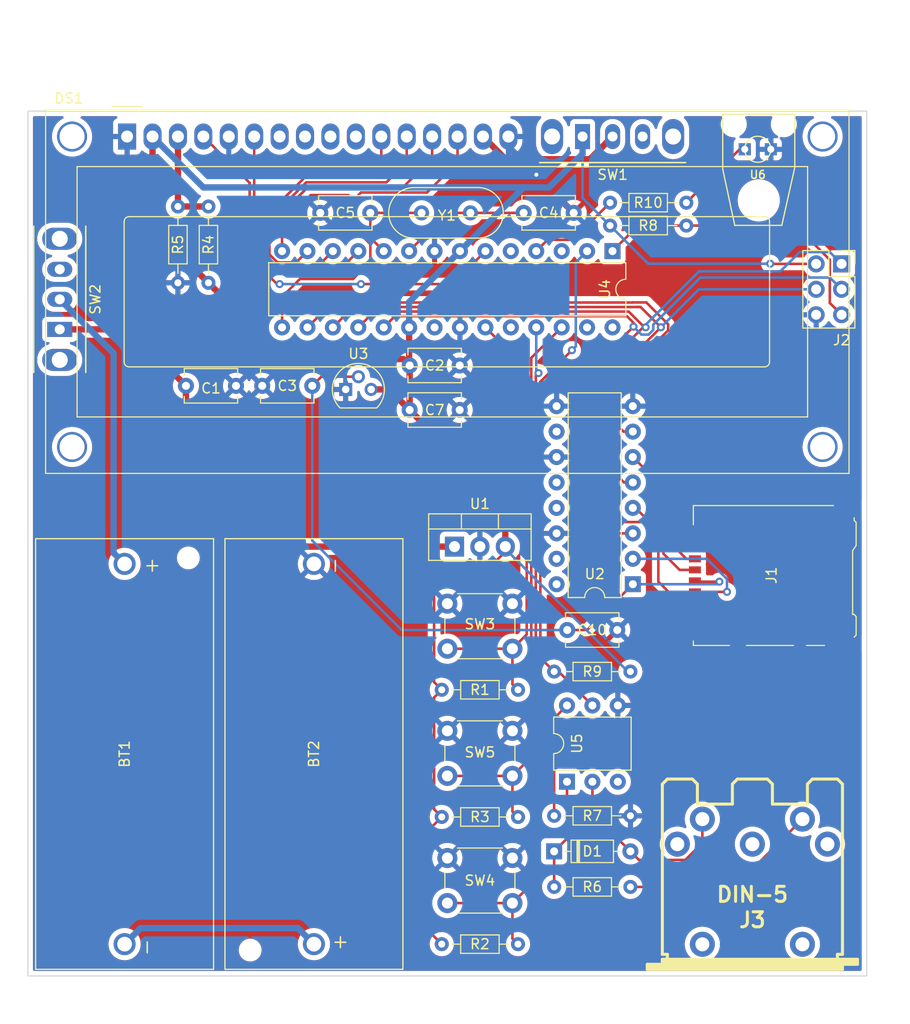
<source format=kicad_pcb>
(kicad_pcb (version 20211014) (generator pcbnew)
  (layers (0 "F.Cu" signal) (31 "B.Cu" signal) (34 "B.Paste" user) (35 "F.Paste" user) (36 "B.SilkS" user "B.Silkscreen") (37 "F.SilkS" user "F.Silkscreen") (38 "B.Mask" user) (39 "F.Mask" user) (44 "Edge.Cuts" user))
  (net 0 "")
  (net 1 "Net-(BT1-PadN)")
  (net 2 "VCC")
  (net 3 "GND")
  (net 4 "Net-(C1-Pad1)")
  (net 5 "+5V")
  (net 6 "+3.3V")
  (net 7 "/X1")
  (net 8 "/X2")
  (net 9 "Net-(D1-Pad1)")
  (net 10 "Net-(D1-Pad2)")
  (net 11 "Net-(DS1-Pad3)")
  (net 12 "/RS")
  (net 13 "/E")
  (net 18 "/DB4")
  (net 19 "/DB5")
  (net 20 "/DB6")
  (net 21 "/DB7")
  (net 22 "/BL")
  (net 24 "Net-(J1-Pad2)")
  (net 25 "Net-(U2-Pad4)")
  (net 26 "Net-(J1-Pad5)")
  (net 27 "/DO")
  (net 30 "/CD")
  (net 31 "/CLK")
  (net 32 "/DI")
  (net 33 "/RESET")
  (net 35 "Net-(J3-Pad4)")
  (net 38 "/UP")
  (net 39 "/DN")
  (net 40 "/OK")
  (net 41 "Net-(R7-Pad1)")
  (net 42 "/RX")
  (net 44 "/CS")
  (net 56 "/OPT")
  (net 57 "Net-(R10-Pad1)")
  (footprint "Resistor_THT:R_Axial_DIN0204_L3.6mm_D1.6mm_P7.62mm_Horizontal" (layer "F.Cu") (at 81.788 102.87 180)
    (fp_text reference "R6" (at 3.81 0) (layer "F.SilkS"))
    (fp_text value "220R")
    (pad "1" thru_hole circle (at 0 0 180) (size 1.4 1.4) (drill 0.7) (layers *.Cu *.Mask) (net 35 "Net-(J3-Pad4)"))
    (pad "2" thru_hole oval (at 7.62 0 180) (size 1.4 1.4) (drill 0.7) (layers *.Cu *.Mask) (net 9 "Net-(D1-Pad1)"))
  )
  (footprint "BH123A:BAT_BH123A" (layer "F.Cu") (at 31.247 89.6 90)
    (fp_text reference "BT1" (at 0 0 90) (layer "F.SilkS"))
    (fp_text value "BH123A")
    (fp_text user "+" (at 18.796 2.662 90) (layer "F.SilkS") (effects (font (size 1.4 1.4))))
    (fp_text user "-" (at -19.304 2.154 90) (layer "F.SilkS") (effects (font (size 1.4 1.4))))
    (pad "" np_thru_hole circle locked (at 19.58 6.37 90) (size 1.27 1.27) (drill 1.27) (layers *.Cu *.Mask))
    (pad "N" thru_hole circle locked (at -18.985 0 90) (size 2.205 2.205) (drill 1.47) (layers *.Cu *.Mask) (net 1 "Net-(BT1-PadN)"))
    (pad "P" thru_hole circle locked (at 18.985 0 90) (size 2.205 2.205) (drill 1.47) (layers *.Cu *.Mask) (net 2 "VCC"))
  )
  (footprint "Package_DIP:DIP-16_W7.62mm" (layer "F.Cu") (at 82.032 72.644 180)
    (fp_text reference "U2" (at 3.81 1.016) (layer "F.SilkS"))
    (fp_text value "4050")
    (pad "1" thru_hole rect (at 0 0 180) (size 1.6 1.6) (drill 0.8) (layers *.Cu *.Mask) (net 6 "+3.3V"))
    (pad "2" thru_hole oval (at 0 2.54 180) (size 1.6 1.6) (drill 0.8) (layers *.Cu *.Mask) (net 26 "Net-(J1-Pad5)"))
    (pad "3" thru_hole oval (at 0 5.08 180) (size 1.6 1.6) (drill 0.8) (layers *.Cu *.Mask) (net 31 "/CLK"))
    (pad "4" thru_hole oval (at 0 7.62 180) (size 1.6 1.6) (drill 0.8) (layers *.Cu *.Mask) (net 25 "Net-(U2-Pad4)"))
    (pad "5" thru_hole oval (at 0 10.16 180) (size 1.6 1.6) (drill 0.8) (layers *.Cu *.Mask) (net 32 "/DI"))
    (pad "6" thru_hole oval (at 0 12.7 180) (size 1.6 1.6) (drill 0.8) (layers *.Cu *.Mask) (net 24 "Net-(J1-Pad2)"))
    (pad "7" thru_hole oval (at 0 15.24 180) (size 1.6 1.6) (drill 0.8) (layers *.Cu *.Mask) (net 44 "/CS"))
    (pad "8" thru_hole oval (at 0 17.78 180) (size 1.6 1.6) (drill 0.8) (layers *.Cu *.Mask) (net 3 "GND"))
    (pad "9" thru_hole oval (at 7.62 17.78 180) (size 1.6 1.6) (drill 0.8) (layers *.Cu *.Mask) (net 3 "GND"))
    (pad "10" thru_hole oval (at 7.62 15.24 180) (size 1.6 1.6) (drill 0.8) (layers *.Cu *.Mask))
    (pad "11" thru_hole oval (at 7.62 12.7 180) (size 1.6 1.6) (drill 0.8) (layers *.Cu *.Mask) (net 3 "GND"))
    (pad "12" thru_hole oval (at 7.62 10.16 180) (size 1.6 1.6) (drill 0.8) (layers *.Cu *.Mask))
    (pad "13" thru_hole oval (at 7.62 7.62 180) (size 1.6 1.6) (drill 0.8) (layers *.Cu *.Mask))
    (pad "14" thru_hole oval (at 7.62 5.08 180) (size 1.6 1.6) (drill 0.8) (layers *.Cu *.Mask) (net 3 "GND"))
    (pad "15" thru_hole oval (at 7.62 2.54 180) (size 1.6 1.6) (drill 0.8) (layers *.Cu *.Mask))
    (pad "16" thru_hole oval (at 7.62 0 180) (size 1.6 1.6) (drill 0.8) (layers *.Cu *.Mask))
  )
  (footprint "w_conn_av:din-5" (layer "F.Cu") (at 93.98 101.6)
    (fp_text reference "J3" (at 0 4.572) (layer "F.SilkS") (effects (font (size 1.5 1.5) (thickness 0.3))))
    (fp_text value "DIN-5" (at 0 2.032) (layer "F.SilkS") (effects (font (size 1.5 1.5) (thickness 0.3))))
    (pad "1" thru_hole circle locked (at 7.5 -3) (size 2.5 2.5) (drill 1.4) (layers *.Cu *.Mask))
    (pad "2" thru_hole circle locked (at 0 -3) (size 2.5 2.5) (drill 1.4) (layers *.Cu *.Mask))
    (pad "3" thru_hole circle locked (at -7.5 -3) (size 2.5 2.5) (drill 1.4) (layers *.Cu *.Mask))
    (pad "4" thru_hole circle locked (at 5 -5.5) (size 2.5 2.5) (drill 1.4) (layers *.Cu *.Mask) (net 35 "Net-(J3-Pad4)"))
    (pad "5" thru_hole circle locked (at -5 -5.5) (size 2.5 2.5) (drill 1.4) (layers *.Cu *.Mask) (net 10 "Net-(D1-Pad2)"))
    (pad "6" thru_hole circle locked (at -5 7) (size 2.5 2.5) (drill 1.4) (layers *.Cu *.Mask))
    (pad "6" thru_hole circle locked (at 5 7) (size 2.5 2.5) (drill 1.4) (layers *.Cu *.Mask))
  )
  (footprint "Button_Switch_THT:SW_PUSH_6mm_H7.3mm" (layer "F.Cu") (at 63.5 74.585)
    (fp_text reference "SW3" (at 3.25 2.05) (layer "F.SilkS"))
    (fp_text value "UP_SW")
    (pad "1" thru_hole circle (at 0 0 90) (size 2 2) (drill 1.1) (layers *.Cu *.Mask) (net 3 "GND"))
    (pad "1" thru_hole circle (at 6.5 0 90) (size 2 2) (drill 1.1) (layers *.Cu *.Mask) (net 3 "GND"))
    (pad "2" thru_hole circle (at 6.5 4.5 90) (size 2 2) (drill 1.1) (layers *.Cu *.Mask) (net 38 "/UP"))
    (pad "2" thru_hole circle (at 0 4.5 90) (size 2 2) (drill 1.1) (layers *.Cu *.Mask) (net 38 "/UP"))
  )
  (footprint "Resistor_THT:R_Axial_DIN0204_L3.6mm_D1.6mm_P7.62mm_Horizontal" (layer "F.Cu") (at 62.94 95.885)
    (fp_text reference "R3" (at 3.81 0) (layer "F.SilkS"))
    (fp_text value "1k")
    (pad "1" thru_hole circle (at 0 0) (size 1.4 1.4) (drill 0.7) (layers *.Cu *.Mask) (net 5 "+5V"))
    (pad "2" thru_hole oval (at 7.62 0) (size 1.4 1.4) (drill 0.7) (layers *.Cu *.Mask) (net 40 "/OK"))
  )
  (footprint "IFE91A:OPTO-TRANSMITTER" (layer "F.Cu") (at 94.517625 29.21)
    (fp_text reference "U6" (at 0 2.54) (layer "F.SilkS") (effects (font (size 0.787402 0.787402))))
    (fp_text value "IFE91A")
    (pad "" np_thru_hole circle locked (at 0.1 5.1) (size 3.2 3.2) (drill 3.2) (layers *.Cu *.Mask))
    (pad "" np_thru_hole circle locked (at -2.4 -2.5) (size 1.6 1.6) (drill 1.6) (layers *.Cu *.Mask))
    (pad "" np_thru_hole circle locked (at 2.6 -2.5) (size 1.6 1.6) (drill 1.6) (layers *.Cu *.Mask))
    (pad "P$1" thru_hole rect locked (at 1.3 0) (size 1.208 1.208) (drill 0.7) (layers *.Cu *.Mask) (net 3 "GND"))
    (pad "P$2" thru_hole rect locked (at -1.3 0) (size 1.208 1.208) (drill 0.7) (layers *.Cu *.Mask) (net 56 "/OPT"))
  )
  (footprint "Package_TO_SOT_THT:TO-92" (layer "F.Cu") (at 53.34 53.192)
    (fp_text reference "U3" (at 1.27 -3.56) (layer "F.SilkS"))
    (fp_text value "LD1086V33-DG")
    (pad "1" thru_hole rect (at 0 0) (size 1.3 1.3) (drill 0.75) (layers *.Cu *.Mask) (net 3 "GND"))
    (pad "2" thru_hole circle (at 1.27 -1.27) (size 1.3 1.3) (drill 0.75) (layers *.Cu *.Mask) (net 6 "+3.3V"))
    (pad "3" thru_hole circle (at 2.54 0) (size 1.3 1.3) (drill 0.75) (layers *.Cu *.Mask) (net 5 "+5V"))
  )
  (footprint "Diode_THT:D_DO-35_SOD27_P7.62mm_Horizontal" (layer "F.Cu") (at 74.168 99.3192)
    (fp_text reference "D1" (at 3.81 0) (layer "F.SilkS"))
    (fp_text value "1N4148")
    (pad "1" thru_hole rect (at 0 0) (size 1.6 1.6) (drill 0.8) (layers *.Cu *.Mask) (net 9 "Net-(D1-Pad1)"))
    (pad "2" thru_hole oval (at 7.62 0) (size 1.6 1.6) (drill 0.8) (layers *.Cu *.Mask) (net 10 "Net-(D1-Pad2)"))
  )
  (footprint "BH123A:BAT_BH123A" (layer "F.Cu") (at 50.165 89.6 -90)
    (fp_text reference "BT2" (at 0 0 90) (layer "F.SilkS"))
    (fp_text value "BH123A")
    (fp_text user "-" (at -18.796 -2.032 90) (layer "F.SilkS") (effects (font (size 1.4 1.4))))
    (fp_text user "+" (at 18.796 -2.54 90) (layer "F.SilkS") (effects (font (size 1.4 1.4))))
    (pad "" np_thru_hole circle locked (at 19.58 6.37 270) (size 1.27 1.27) (drill 1.27) (layers *.Cu *.Mask))
    (pad "N" thru_hole circle locked (at -18.985 0 270) (size 2.205 2.205) (drill 1.47) (layers *.Cu *.Mask) (net 3 "GND"))
    (pad "P" thru_hole circle locked (at 18.985 0 270) (size 2.205 2.205) (drill 1.47) (layers *.Cu *.Mask) (net 1 "Net-(BT1-PadN)"))
  )
  (footprint "Resistor_THT:R_Axial_DIN0204_L3.6mm_D1.6mm_P7.62mm_Horizontal" (layer "F.Cu") (at 79.756 34.544)
    (fp_text reference "R10" (at 3.81 0) (layer "F.SilkS"))
    (fp_text value "100R")
    (pad "1" thru_hole circle (at 0 0) (size 1.4 1.4) (drill 0.7) (layers *.Cu *.Mask) (net 57 "Net-(R10-Pad1)"))
    (pad "2" thru_hole oval (at 7.62 0) (size 1.4 1.4) (drill 0.7) (layers *.Cu *.Mask) (net 56 "/OPT"))
  )
  (footprint "Capacitor_THT:C_Disc_D5.1mm_W3.2mm_P5.00mm" (layer "F.Cu") (at 71.12 35.56)
    (fp_text reference "C4" (at 2.5 0) (layer "F.SilkS"))
    (fp_text value "18pF")
    (pad "1" thru_hole circle (at 0 0) (size 1.6 1.6) (drill 0.8) (layers *.Cu *.Mask) (net 7 "/X1"))
    (pad "2" thru_hole circle (at 5 0) (size 1.6 1.6) (drill 0.8) (layers *.Cu *.Mask) (net 3 "GND"))
  )
  (footprint "Capacitor_THT:C_Disc_D5.1mm_W3.2mm_P5.00mm" (layer "F.Cu") (at 75.478 77.216)
    (fp_text reference "C10" (at 2.5 0) (layer "F.SilkS"))
    (fp_text value "100nF")
    (pad "1" thru_hole circle (at 0 0) (size 1.6 1.6) (drill 0.8) (layers *.Cu *.Mask) (net 6 "+3.3V"))
    (pad "2" thru_hole circle (at 5 0) (size 1.6 1.6) (drill 0.8) (layers *.Cu *.Mask) (net 3 "GND"))
  )
  (footprint "Resistor_THT:R_Axial_DIN0204_L3.6mm_D1.6mm_P7.62mm_Horizontal" (layer "F.Cu") (at 79.756 36.83)
    (fp_text reference "R8" (at 3.810001 0) (layer "F.SilkS"))
    (fp_text value "10k")
    (pad "1" thru_hole circle (at 0 0) (size 1.4 1.4) (drill 0.7) (layers *.Cu *.Mask) (net 5 "+5V"))
    (pad "2" thru_hole oval (at 7.62 0) (size 1.4 1.4) (drill 0.7) (layers *.Cu *.Mask) (net 33 "/RESET"))
  )
  (footprint "Resistor_THT:R_Axial_DIN0204_L3.6mm_D1.6mm_P7.62mm_Horizontal" (layer "F.Cu") (at 62.94 83.185)
    (fp_text reference "R1" (at 3.81 0) (layer "F.SilkS"))
    (fp_text value "1k")
    (pad "1" thru_hole circle (at 0 0) (size 1.4 1.4) (drill 0.7) (layers *.Cu *.Mask) (net 5 "+5V"))
    (pad "2" thru_hole oval (at 7.62 0) (size 1.4 1.4) (drill 0.7) (layers *.Cu *.Mask) (net 38 "/UP"))
  )
  (footprint "Connector_PinSocket_2.54mm:PinSocket_2x03_P2.54mm_Vertical" (layer "F.Cu") (at 102.89 40.655)
    (fp_text reference "J2" (at 0 7.62) (layer "F.SilkS"))
    (fp_text value "AVR-ISP-6")
    (pad "1" thru_hole rect (at 0 0) (size 1.7 1.7) (drill 1) (layers *.Cu *.Mask) (net 27 "/DO"))
    (pad "2" thru_hole oval (at -2.54 0) (size 1.7 1.7) (drill 1) (layers *.Cu *.Mask) (net 5 "+5V"))
    (pad "3" thru_hole oval (at 0 2.54) (size 1.7 1.7) (drill 1) (layers *.Cu *.Mask) (net 31 "/CLK"))
    (pad "4" thru_hole oval (at -2.54 2.54) (size 1.7 1.7) (drill 1) (layers *.Cu *.Mask) (net 32 "/DI"))
    (pad "5" thru_hole oval (at 0 5.08) (size 1.7 1.7) (drill 1) (layers *.Cu *.Mask) (net 33 "/RESET"))
    (pad "6" thru_hole oval (at -2.54 5.08) (size 1.7 1.7) (drill 1) (layers *.Cu *.Mask) (net 3 "GND"))
  )
  (footprint "Switch:Switch 12x6mm" (layer "F.Cu") (at 80.01 27.94)
    (fp_text reference "SW1" (at 0 3.81) (layer "F.SilkS"))
    (fp_text value "BL_SW")
    (pad "" thru_hole oval (at 6.05 0) (size 2.2 3.5) (drill 1.6) (layers *.Cu *.Mask))
    (pad "" thru_hole oval (at -6.05 0) (size 2.2 3.5) (drill 1.6) (layers *.Cu *.Mask))
    (pad "1" thru_hole rect (at -3 0) (size 1.5 2.5) (drill 1) (layers *.Cu *.Mask) (net 5 "+5V"))
    (pad "2" thru_hole oval (at 0 0) (size 1.5 2.5) (drill 1) (layers *.Cu *.Mask) (net 22 "/BL"))
    (pad "3" thru_hole oval (at 3 0) (size 1.5 2.5) (drill 1) (layers *.Cu *.Mask))
  )
  (footprint "Crystal:Crystal_HC49-4H_Vertical" (layer "F.Cu") (at 60.92 35.56)
    (fp_text reference "Y1" (at 2.53 0.2625) (layer "F.SilkS"))
    (fp_text value "Crystal")
    (pad "1" thru_hole circle (at 0 0) (size 1.5 1.5) (drill 0.8) (layers *.Cu *.Mask) (net 8 "/X2"))
    (pad "2" thru_hole circle (at 4.88 0) (size 1.5 1.5) (drill 0.8) (layers *.Cu *.Mask) (net 7 "/X1"))
  )
  (footprint "Resistor_THT:R_Axial_DIN0204_L3.6mm_D1.6mm_P7.62mm_Horizontal" (layer "F.Cu") (at 62.94 108.585)
    (fp_text reference "R2" (at 3.81 0) (layer "F.SilkS"))
    (fp_text value "1k")
    (pad "1" thru_hole circle (at 0 0) (size 1.4 1.4) (drill 0.7) (layers *.Cu *.Mask) (net 5 "+5V"))
    (pad "2" thru_hole oval (at 7.62 0) (size 1.4 1.4) (drill 0.7) (layers *.Cu *.Mask) (net 39 "/DN"))
  )
  (footprint "Package_DIP:DIP-28_W7.62mm" (layer "F.Cu") (at 80 39.38 -90)
    (fp_text reference "U4" (at 3.81 0.752 90) (layer "F.SilkS"))
    (fp_text value "ATmega168-20P")
    (pad "1" thru_hole rect (at 0 0 270) (size 1.6 1.6) (drill 0.8) (layers *.Cu *.Mask) (net 33 "/RESET"))
    (pad "2" thru_hole oval (at 0 2.54 270) (size 1.6 1.6) (drill 0.8) (layers *.Cu *.Mask) (net 42 "/RX"))
    (pad "3" thru_hole oval (at 0 5.08 270) (size 1.6 1.6) (drill 0.8) (layers *.Cu *.Mask))
    (pad "4" thru_hole oval (at 0 7.62 270) (size 1.6 1.6) (drill 0.8) (layers *.Cu *.Mask) (net 57 "Net-(R10-Pad1)"))
    (pad "5" thru_hole oval (at 0 10.16 270) (size 1.6 1.6) (drill 0.8) (layers *.Cu *.Mask))
    (pad "6" thru_hole oval (at 0 12.7 270) (size 1.6 1.6) (drill 0.8) (layers *.Cu *.Mask) (net 12 "/RS"))
    (pad "7" thru_hole oval (at 0 15.24 270) (size 1.6 1.6) (drill 0.8) (layers *.Cu *.Mask) (net 5 "+5V"))
    (pad "8" thru_hole oval (at 0 17.78 270) (size 1.6 1.6) (drill 0.8) (layers *.Cu *.Mask) (net 3 "GND"))
    (pad "9" thru_hole oval (at 0 20.32 270) (size 1.6 1.6) (drill 0.8) (layers *.Cu *.Mask) (net 7 "/X1"))
    (pad "10" thru_hole oval (at 0 22.86 270) (size 1.6 1.6) (drill 0.8) (layers *.Cu *.Mask) (net 8 "/X2"))
    (pad "11" thru_hole oval (at 0 25.4 270) (size 1.6 1.6) (drill 0.8) (layers *.Cu *.Mask) (net 13 "/E"))
    (pad "12" thru_hole oval (at 0 27.94 270) (size 1.6 1.6) (drill 0.8) (layers *.Cu *.Mask) (net 18 "/DB4"))
    (pad "13" thru_hole oval (at 0 30.48 270) (size 1.6 1.6) (drill 0.8) (layers *.Cu *.Mask) (net 19 "/DB5"))
    (pad "14" thru_hole oval (at 0 33.02 270) (size 1.6 1.6) (drill 0.8) (layers *.Cu *.Mask) (net 20 "/DB6"))
    (pad "15" thru_hole oval (at 7.62 33.02 270) (size 1.6 1.6) (drill 0.8) (layers *.Cu *.Mask) (net 21 "/DB7"))
    (pad "16" thru_hole oval (at 7.62 30.48 270) (size 1.6 1.6) (drill 0.8) (layers *.Cu *.Mask) (net 44 "/CS"))
    (pad "17" thru_hole oval (at 7.62 27.94 270) (size 1.6 1.6) (drill 0.8) (layers *.Cu *.Mask) (net 32 "/DI"))
    (pad "18" thru_hole oval (at 7.62 25.4 270) (size 1.6 1.6) (drill 0.8) (layers *.Cu *.Mask) (net 27 "/DO"))
    (pad "19" thru_hole oval (at 7.62 22.86 270) (size 1.6 1.6) (drill 0.8) (layers *.Cu *.Mask) (net 31 "/CLK"))
    (pad "20" thru_hole oval (at 7.62 20.32 270) (size 1.6 1.6) (drill 0.8) (layers *.Cu *.Mask) (net 5 "+5V"))
    (pad "21" thru_hole oval (at 7.62 17.78 270) (size 1.6 1.6) (drill 0.8) (layers *.Cu *.Mask))
    (pad "22" thru_hole oval (at 7.62 15.24 270) (size 1.6 1.6) (drill 0.8) (layers *.Cu *.Mask) (net 3 "GND"))
    (pad "23" thru_hole oval (at 7.62 12.7 270) (size 1.6 1.6) (drill 0.8) (layers *.Cu *.Mask) (net 38 "/UP"))
    (pad "24" thru_hole oval (at 7.62 10.16 270) (size 1.6 1.6) (drill 0.8) (layers *.Cu *.Mask))
    (pad "25" thru_hole oval (at 7.62 7.62 270) (size 1.6 1.6) (drill 0.8) (layers *.Cu *.Mask) (net 39 "/DN"))
    (pad "26" thru_hole oval (at 7.62 5.08 270) (size 1.6 1.6) (drill 0.8) (layers *.Cu *.Mask) (net 40 "/OK"))
    (pad "27" thru_hole oval (at 7.62 2.54 270) (size 1.6 1.6) (drill 0.8) (layers *.Cu *.Mask))
    (pad "28" thru_hole oval (at 7.62 0 270) (size 1.6 1.6) (drill 0.8) (layers *.Cu *.Mask))
  )
  (footprint "Capacitor_THT:C_Disc_D5.1mm_W3.2mm_P5.00mm" (layer "F.Cu") (at 59.73 50.8)
    (fp_text reference "C2" (at 2.5 0) (layer "F.SilkS"))
    (fp_text value "1uF")
    (pad "1" thru_hole circle (at 0 0) (size 1.6 1.6) (drill 0.8) (layers *.Cu *.Mask) (net 5 "+5V"))
    (pad "2" thru_hole circle (at 5 0) (size 1.6 1.6) (drill 0.8) (layers *.Cu *.Mask) (net 3 "GND"))
  )
  (footprint "Capacitor_THT:C_Disc_D5.1mm_W3.2mm_P5.00mm" (layer "F.Cu") (at 59.73 55.245)
    (fp_text reference "C7" (at 2.5 0) (layer "F.SilkS"))
    (fp_text value "100nF")
    (pad "1" thru_hole circle (at 0 0) (size 1.6 1.6) (drill 0.8) (layers *.Cu *.Mask) (net 5 "+5V"))
    (pad "2" thru_hole circle (at 5 0) (size 1.6 1.6) (drill 0.8) (layers *.Cu *.Mask) (net 3 "GND"))
  )
  (footprint "Resistor_THT:R_Axial_DIN0204_L3.6mm_D1.6mm_P7.62mm_Horizontal" (layer "F.Cu") (at 39.624 34.925 -90)
    (fp_text reference "R4" (at 3.81 0 90) (layer "F.SilkS"))
    (fp_text value "10k")
    (pad "1" thru_hole circle (at 0 0 270) (size 1.4 1.4) (drill 0.7) (layers *.Cu *.Mask) (net 11 "Net-(DS1-Pad3)"))
    (pad "2" thru_hole oval (at 7.62 0 270) (size 1.4 1.4) (drill 0.7) (layers *.Cu *.Mask) (net 5 "+5V"))
  )
  (footprint "Resistor_THT:R_Axial_DIN0204_L3.6mm_D1.6mm_P7.62mm_Horizontal" (layer "F.Cu") (at 74.168 95.7684)
    (fp_text reference "R7" (at 3.81 0) (layer "F.SilkS"))
    (fp_text value "100k")
    (pad "1" thru_hole circle (at 0 0) (size 1.4 1.4) (drill 0.7) (layers *.Cu *.Mask) (net 41 "Net-(R7-Pad1)"))
    (pad "2" thru_hole oval (at 7.62 0) (size 1.4 1.4) (drill 0.7) (layers *.Cu *.Mask) (net 3 "GND"))
  )
  (footprint "Button_Switch_THT:SW_PUSH_6mm_H7.3mm" (layer "F.Cu") (at 63.5 99.985)
    (fp_text reference "SW4" (at 3.25 2.25) (layer "F.SilkS"))
    (fp_text value "DN_SW")
    (pad "1" thru_hole circle (at 6.5 0 90) (size 2 2) (drill 1.1) (layers *.Cu *.Mask) (net 3 "GND"))
    (pad "1" thru_hole circle (at 0 0 90) (size 2 2) (drill 1.1) (layers *.Cu *.Mask) (net 3 "GND"))
    (pad "2" thru_hole circle (at 0 4.5 90) (size 2 2) (drill 1.1) (layers *.Cu *.Mask) (net 39 "/DN"))
    (pad "2" thru_hole circle (at 6.5 4.5 90) (size 2 2) (drill 1.1) (layers *.Cu *.Mask) (net 39 "/DN"))
  )
  (footprint "Connector_Card:microSD_HC_Hirose_DM3AT-SF-PEJM5" (layer "F.Cu") (at 95.96 71.785 90)
    (fp_text reference "J1" (at 0.03 -0.075 90) (layer "F.SilkS"))
    (fp_text value "Micro_SD_Card_Det")
    (pad "1" smd rect (at 2.775 -7.725 90) (size 0.7 1.2) (layers "F.Cu" "F.Paste" "F.Mask"))
    (pad "2" smd rect (at 1.675 -7.725 90) (size 0.7 1.2) (layers "F.Cu" "F.Paste" "F.Mask") (net 24 "Net-(J1-Pad2)"))
    (pad "3" smd rect (at 0.575 -7.725 90) (size 0.7 1.2) (layers "F.Cu" "F.Paste" "F.Mask") (net 25 "Net-(U2-Pad4)"))
    (pad "4" smd rect (at -0.525 -7.725 90) (size 0.7 1.2) (layers "F.Cu" "F.Paste" "F.Mask") (net 6 "+3.3V"))
    (pad "5" smd rect (at -1.625 -7.725 90) (size 0.7 1.2) (layers "F.Cu" "F.Paste" "F.Mask") (net 26 "Net-(J1-Pad5)"))
    (pad "6" smd rect (at -2.725 -7.725 90) (size 0.7 1.2) (layers "F.Cu" "F.Paste" "F.Mask") (net 3 "GND"))
    (pad "7" smd rect (at -3.825 -7.725 90) (size 0.7 1.2) (layers "F.Cu" "F.Paste" "F.Mask") (net 27 "/DO"))
    (pad "8" smd rect (at -4.925 -7.725 90) (size 0.7 1.2) (layers "F.Cu" "F.Paste" "F.Mask"))
    (pad "9" smd rect (at -5.875 -7.725 90) (size 0.7 1.2) (layers "F.Cu" "F.Paste" "F.Mask"))
    (pad "10" smd rect (at -6.825 2.775 90) (size 1 0.8) (layers "F.Cu" "F.Paste" "F.Mask") (net 30 "/CD"))
    (pad "11" smd rect (at 6.675 7.375 90) (size 1.3 1.9) (layers "F.Cu" "F.Paste" "F.Mask") (net 3 "GND"))
    (pad "11" smd rect (at -6.825 6.925 90) (size 1 2.8) (layers "F.Cu" "F.Paste" "F.Mask") (net 3 "GND"))
    (pad "11" smd rect (at -6.825 -3.425 90) (size 1 1.2) (layers "F.Cu" "F.Paste" "F.Mask") (net 3 "GND"))
    (pad "11" smd rect (at 4.325 -7.725 90) (size 1 1.2) (layers "F.Cu" "F.Paste" "F.Mask") (net 3 "GND"))
    (zone (net 0) (net_name "") (layer "F.Cu") (connect_pads (clearance 0)) (min_thickness 0.254)
      (keepout (tracks not_allowed) (vias not_allowed) (pads not_allowed) (copperpour not_allowed) (footprints not_allowed))
      (fill (thermal_gap 0.508) (thermal_bridge_width 0.508))
      (polygon (pts (xy 91.935 78.26) (xy 91.935 79.01) (xy 88.685 79.01) (xy 88.685 78.26)))
    )
    (zone (net 0) (net_name "") (layer "F.Cu") (connect_pads (clearance 0)) (min_thickness 0.254)
      (keepout (tracks not_allowed) (vias not_allowed) (pads not_allowed) (copperpour not_allowed) (footprints not_allowed))
      (fill (thermal_gap 0.508) (thermal_bridge_width 0.508))
      (polygon (pts (xy 94.535 77.91) (xy 94.535 77.21) (xy 102.135 77.21) (xy 102.135 77.91)))
    )
    (zone (net 0) (net_name "") (layer "F.Cu") (connect_pads (clearance 0)) (min_thickness 0.254)
      (keepout (tracks not_allowed) (vias not_allowed) (pads not_allowed) (copperpour not_allowed) (footprints not_allowed))
      (fill (thermal_gap 0.508) (thermal_bridge_width 0.508))
      (polygon (pts (xy 94.835 68.51) (xy 94.835 77.21) (xy 93.235 77.21) (xy 93.235 68.51)))
    )
    (zone (net 0) (net_name "") (layer "F.Cu") (connect_pads (clearance 0)) (min_thickness 0.254)
      (keepout (tracks not_allowed) (vias not_allowed) (pads not_allowed) (copperpour not_allowed) (footprints not_allowed))
      (fill (thermal_gap 0.508) (thermal_bridge_width 0.508))
      (polygon (pts (xy 96.735 78.26) (xy 96.735 79.01) (xy 93.135 79.01) (xy 93.135 78.26)))
    )
    (zone (net 0) (net_name "") (layer "F.Cu") (connect_pads (clearance 0)) (min_thickness 0.254)
      (keepout (tracks not_allowed) (vias not_allowed) (pads not_allowed) (copperpour not_allowed) (footprints not_allowed))
      (fill (thermal_gap 0.508) (thermal_bridge_width 0.508))
      (polygon (pts (xy 102.935 68.86) (xy 102.935 66.31) (xy 104.285 66.31) (xy 104.285 68.86)))
    )
  )
  (footprint "Button_Switch_THT:SW_PUSH_6mm_H7.3mm" (layer "F.Cu") (at 63.5 87.285)
    (fp_text reference "SW5" (at 3.25 2.15) (layer "F.SilkS"))
    (fp_text value "OK_SW")
    (pad "1" thru_hole circle (at 0 0 90) (size 2 2) (drill 1.1) (layers *.Cu *.Mask) (net 3 "GND"))
    (pad "1" thru_hole circle (at 6.5 0 90) (size 2 2) (drill 1.1) (layers *.Cu *.Mask) (net 3 "GND"))
    (pad "2" thru_hole circle (at 0 4.5 90) (size 2 2) (drill 1.1) (layers *.Cu *.Mask) (net 40 "/OK"))
    (pad "2" thru_hole circle (at 6.5 4.5 90) (size 2 2) (drill 1.1) (layers *.Cu *.Mask) (net 40 "/OK"))
  )
  (footprint "Resistor_THT:R_Axial_DIN0204_L3.6mm_D1.6mm_P7.62mm_Horizontal" (layer "F.Cu") (at 36.576 34.925 -90)
    (fp_text reference "R5" (at 3.81 0 90) (layer "F.SilkS"))
    (fp_text value "1k")
    (pad "1" thru_hole circle (at 0 0 270) (size 1.4 1.4) (drill 0.7) (layers *.Cu *.Mask) (net 11 "Net-(DS1-Pad3)"))
    (pad "2" thru_hole oval (at 7.62 0 270) (size 1.4 1.4) (drill 0.7) (layers *.Cu *.Mask) (net 3 "GND"))
  )
  (footprint "Display:WC1602A" (layer "F.Cu") (at 31.496 27.94)
    (fp_text reference "DS1" (at -5.82 -3.81) (layer "F.SilkS"))
    (fp_text value "WC1602A")
    (pad "" thru_hole circle (at 69.49948 31.0007) (size 3 3) (drill 2.5) (layers *.Cu *.Mask))
    (pad "" thru_hole circle (at -5.4991 0) (size 3 3) (drill 2.5) (layers *.Cu *.Mask))
    (pad "" thru_hole circle (at -5.4991 31.0007) (size 3 3) (drill 2.5) (layers *.Cu *.Mask))
    (pad "" thru_hole circle (at 69.5 0) (size 3 3) (drill 2.5) (layers *.Cu *.Mask))
    (pad "1" thru_hole rect (at 0 0) (size 1.8 2.6) (drill 1.2) (layers *.Cu *.Mask) (net 3 "GND"))
    (pad "2" thru_hole oval (at 2.54 0) (size 1.8 2.6) (drill 1.2) (layers *.Cu *.Mask) (net 5 "+5V"))
    (pad "3" thru_hole oval (at 5.08 0) (size 1.8 2.6) (drill 1.2) (layers *.Cu *.Mask) (net 11 "Net-(DS1-Pad3)"))
    (pad "4" thru_hole oval (at 7.62 0) (size 1.8 2.6) (drill 1.2) (layers *.Cu *.Mask) (net 12 "/RS"))
    (pad "5" thru_hole oval (at 10.16 0) (size 1.8 2.6) (drill 1.2) (layers *.Cu *.Mask) (net 3 "GND"))
    (pad "6" thru_hole oval (at 12.7 0) (size 1.8 2.6) (drill 1.2) (layers *.Cu *.Mask) (net 13 "/E"))
    (pad "7" thru_hole oval (at 15.24 0) (size 1.8 2.6) (drill 1.2) (layers *.Cu *.Mask))
    (pad "8" thru_hole oval (at 17.78 0) (size 1.8 2.6) (drill 1.2) (layers *.Cu *.Mask))
    (pad "9" thru_hole oval (at 20.32 0) (size 1.8 2.6) (drill 1.2) (layers *.Cu *.Mask))
    (pad "10" thru_hole oval (at 22.86 0) (size 1.8 2.6) (drill 1.2) (layers *.Cu *.Mask))
    (pad "11" thru_hole oval (at 25.4 0) (size 1.8 2.6) (drill 1.2) (layers *.Cu *.Mask) (net 18 "/DB4"))
    (pad "12" thru_hole oval (at 27.94 0) (size 1.8 2.6) (drill 1.2) (layers *.Cu *.Mask) (net 19 "/DB5"))
    (pad "13" thru_hole oval (at 30.48 0) (size 1.8 2.6) (drill 1.2) (layers *.Cu *.Mask) (net 20 "/DB6"))
    (pad "14" thru_hole oval (at 33.02 0) (size 1.8 2.6) (drill 1.2) (layers *.Cu *.Mask) (net 21 "/DB7"))
    (pad "15" thru_hole oval (at 35.56 0) (size 1.8 2.6) (drill 1.2) (layers *.Cu *.Mask) (net 22 "/BL"))
    (pad "16" thru_hole oval (at 38.1 0) (size 1.8 2.6) (drill 1.2) (layers *.Cu *.Mask) (net 3 "GND"))
  )
  (footprint "Resistor_THT:R_Axial_DIN0204_L3.6mm_D1.6mm_P7.62mm_Horizontal" (layer "F.Cu") (at 74.168 81.3668)
    (fp_text reference "R9" (at 3.81 0) (layer "F.SilkS"))
    (fp_text value "3.3k")
    (pad "1" thru_hole circle (at 0 0) (size 1.4 1.4) (drill 0.7) (layers *.Cu *.Mask) (net 42 "/RX"))
    (pad "2" thru_hole oval (at 7.62 0) (size 1.4 1.4) (drill 0.7) (layers *.Cu *.Mask) (net 5 "+5V"))
  )
  (footprint "Capacitor_THT:C_Disc_D5.1mm_W3.2mm_P5.00mm" (layer "F.Cu") (at 55.8 35.56 180)
    (fp_text reference "C5" (at 2.5 0) (layer "F.SilkS"))
    (fp_text value "18pF")
    (pad "1" thru_hole circle (at 0 0 180) (size 1.6 1.6) (drill 0.8) (layers *.Cu *.Mask) (net 8 "/X2"))
    (pad "2" thru_hole circle (at 5 0 180) (size 1.6 1.6) (drill 0.8) (layers *.Cu *.Mask) (net 3 "GND"))
  )
  (footprint "Switch:Switch 12x6mm" (layer "F.Cu") (at 24.765 44.196 90)
    (fp_text reference "SW2" (at 0 3.556 90) (layer "F.SilkS"))
    (fp_text value "MAIN_SW")
    (pad "" thru_hole oval (at 6.05 0 90) (size 2.2 3.5) (drill 1.6) (layers *.Cu *.Mask))
    (pad "" thru_hole oval (at -6.05 0 90) (size 2.2 3.5) (drill 1.6) (layers *.Cu *.Mask))
    (pad "1" thru_hole rect (at -3 0 90) (size 1.5 2.5) (drill 1) (layers *.Cu *.Mask) (net 4 "Net-(C1-Pad1)"))
    (pad "2" thru_hole oval (at 0 0 90) (size 1.5 2.5) (drill 1) (layers *.Cu *.Mask) (net 2 "VCC"))
    (pad "3" thru_hole oval (at 3 0 90) (size 1.5 2.5) (drill 1) (layers *.Cu *.Mask))
  )
  (footprint "Package_TO_SOT_THT:TO-220-3_Vertical" (layer "F.Cu") (at 64.21 68.89)
    (fp_text reference "U1" (at 2.54 -4.27) (layer "F.SilkS"))
    (fp_text value "LM7805_TO220")
    (pad "1" thru_hole rect (at 0 0) (size 1.905 2) (drill 1.1) (layers *.Cu *.Mask) (net 4 "Net-(C1-Pad1)"))
    (pad "2" thru_hole oval (at 2.54 0) (size 1.905 2) (drill 1.1) (layers *.Cu *.Mask) (net 3 "GND"))
    (pad "3" thru_hole oval (at 5.08 0) (size 1.905 2) (drill 1.1) (layers *.Cu *.Mask) (net 5 "+5V"))
  )
  (footprint "Capacitor_THT:C_Disc_D5.1mm_W3.2mm_P5.00mm" (layer "F.Cu") (at 49.998 52.832 180)
    (fp_text reference "C3" (at 2.5 0) (layer "F.SilkS"))
    (fp_text value "1uF")
    (pad "1" thru_hole circle (at 0 0 180) (size 1.6 1.6) (drill 0.8) (layers *.Cu *.Mask) (net 6 "+3.3V"))
    (pad "2" thru_hole circle (at 5 0 180) (size 1.6 1.6) (drill 0.8) (layers *.Cu *.Mask) (net 3 "GND"))
  )
  (footprint "Capacitor_THT:C_Disc_D5.1mm_W3.2mm_P5.00mm" (layer "F.Cu") (at 37.378 52.832)
    (fp_text reference "C1" (at 2.5 0.254) (layer "F.SilkS"))
    (fp_text value "1uF")
    (pad "1" thru_hole circle (at 0 0) (size 1.6 1.6) (drill 0.8) (layers *.Cu *.Mask) (net 4 "Net-(C1-Pad1)"))
    (pad "2" thru_hole circle (at 5 0) (size 1.6 1.6) (drill 0.8) (layers *.Cu *.Mask) (net 3 "GND"))
  )
  (footprint "Package_DIP:DIP-6_W7.62mm" (layer "F.Cu") (at 75.453 92.3676 90)
    (fp_text reference "U5" (at 3.81 1.001 90) (layer "F.SilkS"))
    (fp_text value "4N25")
    (pad "1" thru_hole rect (at 0 0 90) (size 1.6 1.6) (drill 0.8) (layers *.Cu *.Mask) (net 9 "Net-(D1-Pad1)"))
    (pad "2" thru_hole oval (at 0 2.54 90) (size 1.6 1.6) (drill 0.8) (layers *.Cu *.Mask) (net 10 "Net-(D1-Pad2)"))
    (pad "3" thru_hole oval (at 0 5.08 90) (size 1.6 1.6) (drill 0.8) (layers *.Cu *.Mask))
    (pad "4" thru_hole oval (at 7.62 5.08 90) (size 1.6 1.6) (drill 0.8) (layers *.Cu *.Mask) (net 3 "GND"))
    (pad "5" thru_hole oval (at 7.62 2.54 90) (size 1.6 1.6) (drill 0.8) (layers *.Cu *.Mask) (net 42 "/RX"))
    (pad "6" thru_hole oval (at 7.62 0 90) (size 1.6 1.6) (drill 0.8) (layers *.Cu *.Mask) (net 41 "Net-(R7-Pad1)"))
  )
  (gr_rect (start 21.586 25.4) (end 105.406 111.76) (layer "Edge.Cuts") (width 0.1) (fill none))
  (segment (start 32.850685 106.981315) (end 48.561315 106.981315) (width 0.635) (layer "B.Cu") (net 1))
  (segment (start 31.247 108.585) (end 32.850685 106.981315) (width 0.635) (layer "B.Cu") (net 1))
  (segment (start 48.561315 106.981315) (end 50.165 108.585) (width 0.635) (layer "B.Cu") (net 1))
  (segment (start 30.1445 69.5125) (end 30.1445 49.5755) (width 0.635) (layer "B.Cu") (net 2))
  (segment (start 31.247 70.615) (end 30.1445 69.5125) (width 0.635) (layer "B.Cu") (net 2))
  (segment (start 30.1445 49.5755) (end 24.765 44.196) (width 0.635) (layer "B.Cu") (net 2))
  (segment (start 72.39 31.75) (end 72.39 31.83) (width 0.635) (layer "F.Cu") (net 3))
  (segment (start 72.39 31.83) (end 76.12 35.56) (width 0.635) (layer "F.Cu") (net 3))
  (via (at 72.39 31.75) (size 0.8) (drill 0.4) (layers "F.Cu" "B.Cu") (net 3))
  (segment (start 69.596 28.956) (end 72.39 31.75) (width 0.635) (layer "B.Cu") (net 3))
  (segment (start 69.596 27.94) (end 69.596 28.956) (width 0.635) (layer "B.Cu") (net 3))
  (segment (start 37.378 52.832) (end 37.378 57.531) (width 0.635) (layer "F.Cu") (net 4))
  (segment (start 37.378 57.531) (end 48.737 68.89) (width 0.635) (layer "F.Cu") (net 4))
  (segment (start 24.765 47.196) (end 31.742 47.196) (width 0.635) (layer "F.Cu") (net 4))
  (segment (start 31.742 47.196) (end 37.378 52.832) (width 0.635) (layer "F.Cu") (net 4))
  (segment (start 48.737 68.89) (end 64.21 68.89) (width 0.635) (layer "F.Cu") (net 4))
  (segment (start 62.94 83.185) (end 62.173 82.418) (width 0.254) (layer "F.Cu") (net 5))
  (segment (start 61.768479 97.056521) (end 62.94 95.885) (width 0.254) (layer "F.Cu") (net 5))
  (segment (start 69.29 69.394) (end 69.29 68.89) (width 0.254) (layer "F.Cu") (net 5))
  (segment (start 59.68 47) (end 59.68 50.75) (width 0.635) (layer "F.Cu") (net 5))
  (segment (start 39.624 42.545) (end 34.036 36.957) (width 0.635) (layer "F.Cu") (net 5))
  (segment (start 69.29 64.805) (end 59.73 55.245) (width 0.635) (layer "F.Cu") (net 5))
  (segment (start 47.241138 50.162138) (end 59.092138 50.162138) (width 0.635) (layer "F.Cu") (net 5))
  (segment (start 62.173 73.463) (end 63.754 71.882) (width 0.254) (layer "F.Cu") (net 5))
  (segment (start 62.173 95.118) (end 62.173 83.952) (width 0.254) (layer "F.Cu") (net 5))
  (segment (start 34.036 36.957) (end 34.036 27.94) (width 0.635) (layer "F.Cu") (net 5))
  (segment (start 39.624 42.545) (end 47.241138 50.162138) (width 0.635) (layer "F.Cu") (net 5))
  (segment (start 62.94 108.585) (end 61.768479 107.413479) (width 0.254) (layer "F.Cu") (net 5))
  (segment (start 62.173 82.418) (end 62.173 73.463) (width 0.254) (layer "F.Cu") (net 5))
  (segment (start 95.758 40.64) (end 95.773 40.655) (width 0.254) (layer "F.Cu") (net 5))
  (segment (start 59.092138 50.162138) (end 59.73 50.8) (width 0.635) (layer "F.Cu") (net 5))
  (segment (start 62.94 95.885) (end 62.173 95.118) (width 0.254) (layer "F.Cu") (net 5))
  (segment (start 59.73 55.245) (end 59.73 50.8) (width 0.635) (layer "F.Cu") (net 5))
  (segment (start 59.6825 50.7525) (end 59.73 50.8) (width 0.381) (layer "F.Cu") (net 5))
  (segment (start 57.677 53.192) (end 59.73 55.245) (width 0.635) (layer "F.Cu") (net 5))
  (segment (start 69.29 68.89) (end 69.29 64.805) (width 0.635) (layer "F.Cu") (net 5))
  (segment (start 66.802 71.882) (end 69.29 69.394) (width 0.254) (layer "F.Cu") (net 5))
  (segment (start 61.768479 107.413479) (end 61.768479 97.056521) (width 0.254) (layer "F.Cu") (net 5))
  (segment (start 62.173 83.952) (end 62.94 83.185) (width 0.254) (layer "F.Cu") (net 5))
  (segment (start 59.68 50.75) (end 59.73 50.8) (width 0.635) (layer "F.Cu") (net 5))
  (segment (start 95.773 40.655) (end 100.35 40.655) (width 0.254) (layer "F.Cu") (net 5))
  (segment (start 63.754 71.882) (end 66.802 71.882) (width 0.254) (layer "F.Cu") (net 5))
  (segment (start 55.88 53.192) (end 57.677 53.192) (width 0.635) (layer "F.Cu") (net 5))
  (via (at 95.758 40.64) (size 0.8) (drill 0.4) (layers "F.Cu" "B.Cu") (net 5))
  (segment (start 59.68 47) (end 59.68 44.46) (width 0.635) (layer "B.Cu") (net 5))
  (segment (start 83.566 40.64) (end 95.758 40.64) (width 0.254) (layer "B.Cu") (net 5))
  (segment (start 79.756 36.83) (end 83.566 40.64) (width 0.254) (layer "B.Cu") (net 5))
  (segment (start 34.036 27.94) (end 39.116 33.02) (width 0.635) (layer "B.Cu") (net 5))
  (segment (start 59.68 44.46) (end 64.76 39.38) (width 0.635) (layer "B.Cu") (net 5))
  (segment (start 79.756 36.83) (end 77.01 34.084) (width 0.254) (layer "B.Cu") (net 5))
  (segment (start 39.116 33.02) (end 71.12 33.02) (width 0.635) (layer "B.Cu") (net 5))
  (segment (start 77.01 29.67) (end 77.01 27.94) (width 0.635) (layer "B.Cu") (net 5))
  (segment (start 64.76 39.38) (end 71.12 33.02) (width 0.635) (layer "B.Cu") (net 5))
  (segment (start 69.29 69.115819) (end 69.29 68.89) (width 0.254) (layer "B.Cu") (net 5))
  (segment (start 81.788 81.3668) (end 81.540981 81.3668) (width 0.254) (layer "B.Cu") (net 5))
  (segment (start 77.01 34.084) (end 77.01 27.94) (width 0.254) (layer "B.Cu") (net 5))
  (segment (start 73.66 33.02) (end 77.01 29.67) (width 0.635) (layer "B.Cu") (net 5))
  (segment (start 71.12 33.02) (end 73.66 33.02) (width 0.635) (layer "B.Cu") (net 5))
  (segment (start 81.540981 81.3668) (end 69.29 69.115819) (width 0.254) (layer "B.Cu") (net 5))
  (segment (start 75.478 77.216) (end 77.46 77.216) (width 0.254) (layer "F.Cu") (net 6))
  (segment (start 50.908 51.922) (end 54.61 51.922) (width 0.254) (layer "F.Cu") (net 6))
  (segment (start 49.998 52.832) (end 50.908 51.922) (width 0.254) (layer "F.Cu") (net 6))
  (segment (start 77.46 77.216) (end 82.032 72.644) (width 0.254) (layer "F.Cu") (net 6))
  (segment (start 88.315 72.39) (end 88.235 72.31) (width 0.254) (layer "F.Cu") (net 6))
  (segment (start 90.678 72.39) (end 88.315 72.39) (width 0.254) (layer "F.Cu") (net 6))
  (via (at 90.678 72.39) (size 0.8) (drill 0.4) (layers "F.Cu" "B.Cu") (net 6))
  (segment (start 82.032 72.644) (end 90.424 72.644) (width 0.254) (layer "B.Cu") (net 6))
  (segment (start 90.424 72.644) (end 90.678 72.39) (width 0.254) (layer "B.Cu") (net 6))
  (segment (start 49.998 68.286) (end 49.998 52.832) (width 0.254) (layer "B.Cu") (net 6))
  (segment (start 75.478 77.216) (end 58.928 77.216) (width 0.254) (layer "B.Cu") (net 6))
  (segment (start 58.928 77.216) (end 49.998 68.286) (width 0.254) (layer "B.Cu") (net 6))
  (segment (start 65.8 35.56) (end 71.12 35.56) (width 0.254) (layer "F.Cu") (net 7))
  (segment (start 63.5 35.56) (end 59.68 39.38) (width 0.254) (layer "F.Cu") (net 7))
  (segment (start 65.8 35.56) (end 63.5 35.56) (width 0.254) (layer "F.Cu") (net 7))
  (segment (start 55.8 35.56) (end 60.92 35.56) (width 0.254) (layer "F.Cu") (net 8))
  (segment (start 55.8 35.56) (end 55.8 38.04) (width 0.254) (layer "F.Cu") (net 8))
  (segment (start 55.8 38.04) (end 57.14 39.38) (width 0.254) (layer "F.Cu") (net 8))
  (segment (start 75.453 92.3676) (end 75.453 98.0342) (width 0.254) (layer "F.Cu") (net 9))
  (segment (start 74.168 99.3192) (end 74.168 102.87) (width 0.254) (layer "F.Cu") (net 9))
  (segment (start 75.453 98.0342) (end 74.168 99.3192) (width 0.254) (layer "F.Cu") (net 9))
  (segment (start 81.788 99.3192) (end 82.6458 100.177) (width 0.254) (layer "F.Cu") (net 10))
  (segment (start 77.993 95.5242) (end 77.993 92.3676) (width 0.254) (layer "F.Cu") (net 10))
  (segment (start 81.788 99.3192) (end 77.993 95.5242) (width 0.254) (layer "F.Cu") (net 10))
  (segment (start 87.275 100.177) (end 88.98 98.472) (width 0.254) (layer "F.Cu") (net 10))
  (segment (start 82.6458 100.177) (end 87.275 100.177) (width 0.254) (layer "F.Cu") (net 10))
  (segment (start 88.98 98.472) (end 88.98 96.1) (width 0.254) (layer "F.Cu") (net 10))
  (segment (start 36.576 27.94) (end 36.576 34.925) (width 0.635) (layer "F.Cu") (net 11))
  (segment (start 36.576 34.925) (end 39.624 34.925) (width 0.635) (layer "F.Cu") (net 11))
  (segment (start 43.742 32.566) (end 43.742 39.932) (width 0.254) (layer "F.Cu") (net 12))
  (segment (start 46.482 42.672) (end 46.736 42.672) (width 0.254) (layer "F.Cu") (net 12))
  (segment (start 39.116 27.94) (end 43.742 32.566) (width 0.254) (layer "F.Cu") (net 12))
  (segment (start 64.008 42.672) (end 67.3 39.38) (width 0.254) (layer "F.Cu") (net 12))
  (segment (start 43.742 39.932) (end 46.482 42.672) (width 0.254) (layer "F.Cu") (net 12))
  (segment (start 54.864 42.672) (end 64.008 42.672) (width 0.254) (layer "F.Cu") (net 12))
  (via (at 54.864 42.672) (size 0.8) (drill 0.4) (layers "F.Cu" "B.Cu") (net 12))
  (via (at 46.736 42.672) (size 0.8) (drill 0.4) (layers "F.Cu" "B.Cu") (net 12))
  (segment (start 46.736 42.672) (end 54.864 42.672) (width 0.254) (layer "B.Cu") (net 12))
  (segment (start 46.228 41.656) (end 44.196 39.624) (width 0.254) (layer "F.Cu") (net 13))
  (segment (start 54.6 39.38) (end 52.324 41.656) (width 0.254) (layer "F.Cu") (net 13))
  (segment (start 52.324 41.656) (end 46.228 41.656) (width 0.254) (layer "F.Cu") (net 13))
  (segment (start 44.196 39.624) (end 44.196 27.94) (width 0.254) (layer "F.Cu") (net 13))
  (segment (start 50.292 41.148) (end 46.512129 41.148) (width 0.254) (layer "F.Cu") (net 18))
  (segment (start 45.212 39.847871) (end 45.212 36.053896) (width 0.254) (layer "F.Cu") (net 18))
  (segment (start 52.06 39.38) (end 50.292 41.148) (width 0.254) (layer "F.Cu") (net 18))
  (segment (start 49.261896 32.004) (end 54.864 32.004) (width 0.254) (layer "F.Cu") (net 18))
  (segment (start 45.212 36.053896) (end 49.261896 32.004) (width 0.254) (layer "F.Cu") (net 18))
  (segment (start 46.512129 41.148) (end 45.212 39.847871) (width 0.254) (layer "F.Cu") (net 18))
  (segment (start 56.896 29.972) (end 56.896 27.94) (width 0.254) (layer "F.Cu") (net 18))
  (segment (start 54.864 32.004) (end 56.896 29.972) (width 0.254) (layer "F.Cu") (net 18))
  (segment (start 49.52 39.38) (end 48.393 40.507) (width 0.254) (layer "F.Cu") (net 19))
  (segment (start 45.72 36.187948) (end 49.395948 32.512) (width 0.254) (layer "F.Cu") (net 19))
  (segment (start 57.404 32.512) (end 59.436 30.48) (width 0.254) (layer "F.Cu") (net 19))
  (segment (start 59.436 30.48) (end 59.436 27.94) (width 0.254) (layer "F.Cu") (net 19))
  (segment (start 48.393 40.507) (end 46.513181 40.507) (width 0.254) (layer "F.Cu") (net 19))
  (segment (start 45.72 39.713819) (end 45.72 36.187948) (width 0.254) (layer "F.Cu") (net 19))
  (segment (start 46.513181 40.507) (end 45.72 39.713819) (width 0.254) (layer "F.Cu") (net 19))
  (segment (start 49.395948 32.512) (end 57.404 32.512) (width 0.254) (layer "F.Cu") (net 19))
  (segment (start 61.976 30.099) (end 61.976 27.94) (width 0.254) (layer "F.Cu") (net 20))
  (segment (start 46.98 39.38) (end 46.98 35.57) (width 0.254) (layer "F.Cu") (net 20))
  (segment (start 49.53 33.02) (end 59.055 33.02) (width 0.254) (layer "F.Cu") (net 20))
  (segment (start 46.98 35.57) (end 49.53 33.02) (width 0.254) (layer "F.Cu") (net 20))
  (segment (start 59.055 33.02) (end 61.976 30.099) (width 0.254) (layer "F.Cu") (net 20))
  (segment (start 54.356 37.238052) (end 54.356 34.036) (width 0.254) (layer "F.Cu") (net 21))
  (segment (start 55.802974 40.431284) (end 55.802974 38.685026) (width 0.254) (layer "F.Cu") (net 21))
  (segment (start 54.070258 42.164) (end 55.802974 40.431284) (width 0.254) (layer "F.Cu") (net 21))
  (segment (start 54.356 34.036) (end 54.864 33.528) (width 0.254) (layer "F.Cu") (net 21))
  (segment (start 54.864 33.528) (end 61.468 33.528) (width 0.254) (layer "F.Cu") (net 21))
  (segment (start 46.98 43.952) (end 48.768 42.164) (width 0.254) (layer "F.Cu") (net 21))
  (segment (start 55.802974 38.685026) (end 54.356 37.238052) (width 0.254) (layer "F.Cu") (net 21))
  (segment (start 46.98 47) (end 46.98 43.952) (width 0.254) (layer "F.Cu") (net 21))
  (segment (start 61.468 33.528) (end 64.516 30.48) (width 0.254) (layer "F.Cu") (net 21))
  (segment (start 48.768 42.164) (end 54.070258 42.164) (width 0.254) (layer "F.Cu") (net 21))
  (segment (start 64.516 30.48) (end 64.516 27.94) (width 0.254) (layer "F.Cu") (net 21))
  (segment (start 69.3235 30.2075) (end 67.056 27.94) (width 0.635) (layer "F.Cu") (net 22))
  (segment (start 77.7425 30.2075) (end 69.3235 30.2075) (width 0.635) (layer "F.Cu") (net 22))
  (segment (start 80.01 27.94) (end 77.7425 30.2075) (width 0.635) (layer "F.Cu") (net 22))
  (segment (start 85.598 63.51) (end 85.598 68.327) (width 0.254) (layer "F.Cu") (net 24))
  (segment (start 82.032 59.944) (end 85.598 63.51) (width 0.254) (layer "F.Cu") (net 24))
  (segment (start 87.381 70.11) (end 88.235 70.11) (width 0.254) (layer "F.Cu") (net 24))
  (segment (start 85.598 68.327) (end 87.381 70.11) (width 0.254) (layer "F.Cu") (net 24))
  (segment (start 85.09 69.596) (end 86.704 71.21) (width 0.254) (layer "F.Cu") (net 25))
  (segment (start 86.704 71.21) (end 88.235 71.21) (width 0.254) (layer "F.Cu") (net 25))
  (segment (start 82.032 65.024) (end 82.296 65.024) (width 0.254) (layer "F.Cu") (net 25))
  (segment (start 85.09 67.818) (end 85.09 69.596) (width 0.254) (layer "F.Cu") (net 25))
  (segment (start 82.296 65.024) (end 85.09 67.818) (width 0.254) (layer "F.Cu") (net 25))
  (segment (start 88.235 73.41) (end 91.436 73.41) (width 0.254) (layer "F.Cu") (net 26))
  (segment (start 91.436 73.41) (end 91.44 73.406) (width 0.254) (layer "F.Cu") (net 26))
  (via (at 91.44 73.406) (size 0.8) (drill 0.4) (layers "F.Cu" "B.Cu") (net 26))
  (segment (start 82.032 70.104) (end 89.420134 70.104) (width 0.254) (layer "B.Cu") (net 26))
  (segment (start 91.44 72.123866) (end 91.44 73.406) (width 0.254) (layer "B.Cu") (net 26))
  (segment (start 89.420134 70.104) (end 91.44 72.123866) (width 0.254) (layer "B.Cu") (net 26))
  (segment (start 78.921 65.224) (end 80.134 66.437) (width 0.254) (layer "F.Cu") (net 27))
  (segment (start 83.192052 46.99) (end 83.312 46.99) (width 0.254) (layer "F.Cu") (net 27))
  (segment (start 83.312 46.99) (end 83.058 46.99) (width 0.254) (layer "F.Cu") (net 27))
  (segment (start 82.947 66.437) (end 84.582 68.072) (width 0.254) (layer "F.Cu") (net 27))
  (segment (start 83.058 46.99) (end 78.921 51.127) (width 0.254) (layer "F.Cu") (net 27))
  (segment (start 54.6 47) (end 56.181 45.419) (width 0.254) (layer "F.Cu") (net 27))
  (segment (start 81.621052 45.419) (end 83.192052 46.99) (width 0.254) (layer "F.Cu") (net 27))
  (segment (start 87.802 75.61) (end 88.235 75.61) (width 0.254) (layer "F.Cu") (net 27))
  (segment (start 84.582 72.39) (end 87.802 75.61) (width 0.254) (layer "F.Cu") (net 27))
  (segment (start 80.134 66.437) (end 82.947 66.437) (width 0.254) (layer "F.Cu") (net 27))
  (segment (start 78.921 51.127) (end 78.921 54.102) (width 0.254) (layer "F.Cu") (net 27))
  (segment (start 78.921 54.036052) (end 78.921 65.224) (width 0.254) (layer "F.Cu") (net 27))
  (segment (start 84.582 68.072) (end 84.582 72.39) (width 0.254) (layer "F.Cu") (net 27))
  (segment (start 56.181 45.419) (end 81.621052 45.419) (width 0.254) (layer "F.Cu") (net 27))
  (via (at 83.312 46.99) (size 0.8) (drill 0.4) (layers "F.Cu" "B.Cu") (net 27))
  (segment (start 83.312 46.736) (end 88.646 41.402) (width 0.254) (layer "B.Cu") (net 27))
  (segment (start 83.312 46.99) (end 83.312 46.736) (width 0.254) (layer "B.Cu") (net 27))
  (segment (start 98.698 39.478) (end 101.713 39.478) (width 0.254) (layer "B.Cu") (net 27))
  (segment (start 101.713 39.478) (end 102.89 40.655) (width 0.254) (layer "B.Cu") (net 27))
  (segment (start 88.646 41.402) (end 96.774 41.402) (width 0.254) (layer "B.Cu") (net 27))
  (segment (start 96.774 41.402) (end 98.698 39.478) (width 0.254) (layer "B.Cu") (net 27))
  (segment (start 82.097598 46.537598) (end 82.097598 46.922974) (width 0.254) (layer "F.Cu") (net 31))
  (segment (start 78.467 66.548) (end 79.483 67.564) (width 0.254) (layer "F.Cu") (net 31))
  (segment (start 81.433 45.873) (end 82.097598 46.537598) (width 0.254) (layer "F.Cu") (net 31))
  (segment (start 58.267 45.873) (end 81.433 45.873) (width 0.254) (layer "F.Cu") (net 31))
  (segment (start 57.14 47) (end 58.267 45.873) (width 0.254) (layer "F.Cu") (net 31))
  (segment (start 78.467 51.327) (end 78.467 66.548) (width 0.254) (layer "F.Cu") (net 31))
  (segment (start 82.097598 46.922974) (end 78.467 50.553572) (width 0.254) (layer "F.Cu") (net 31))
  (segment (start 78.467 50.553572) (end 78.467 51.327) (width 0.254) (layer "F.Cu") (net 31))
  (segment (start 79.483 67.564) (end 82.032 67.564) (width 0.254) (layer "F.Cu") (net 31))
  (via (at 82.097598 46.922974) (size 0.8) (drill 0.4) (layers "F.Cu" "B.Cu") (net 31))
  (segment (start 82.097598 46.922974) (end 82.891624 47.717) (width 0.254) (layer "B.Cu") (net 31))
  (segment (start 83.613134 47.717) (end 84.074 47.256134) (width 0.254) (layer "B.Cu") (net 31))
  (segment (start 84.074 47.256134) (end 84.074 46.723866) (width 0.254) (layer "B.Cu") (net 31))
  (segment (start 88.779866 42.018) (end 101.713 42.018) (width 0.254) (layer "B.Cu") (net 31))
  (segment (start 84.074 46.723866) (end 88.779866 42.018) (width 0.254) (layer "B.Cu") (net 31))
  (segment (start 101.713 42.018) (end 102.89 43.195) (width 0.254) (layer "B.Cu") (net 31))
  (segment (start 82.891624 47.717) (end 83.613134 47.717) (width 0.254) (layer "B.Cu") (net 31))
  (segment (start 54.095 44.965) (end 81.809104 44.965) (width 0.254) (layer "F.Cu") (net 32))
  (segment (start 84.836 46.99) (end 79.375 52.451) (width 0.254) (layer "F.Cu") (net 32))
  (segment (start 52.06 47) (end 54.095 44.965) (width 0.254) (layer "F.Cu") (net 32))
  (segment (start 79.375 52.451) (end 79.375 60.706) (width 0.254) (layer "F.Cu") (net 32))
  (segment (start 81.809104 44.965) (end 82.543 44.965) (width 0.254) (layer "F.Cu") (net 32))
  (segment (start 82.55 44.958) (end 82.804 44.958) (width 0.254) (layer "F.Cu") (net 32))
  (segment (start 82.804 44.958) (end 84.836 46.99) (width 0.254) (layer "F.Cu") (net 32))
  (segment (start 81.153 62.484) (end 82.032 62.484) (width 0.254) (layer "F.Cu") (net 32))
  (segment (start 82.543 44.965) (end 82.55 44.958) (width 0.254) (layer "F.Cu") (net 32))
  (segment (start 79.375 60.706) (end 81.153 62.484) (width 0.254) (layer "F.Cu") (net 32))
  (via (at 84.836 46.99) (size 0.8) (drill 0.4) (layers "F.Cu" "B.Cu") (net 32))
  (segment (start 88.631 43.195) (end 100.35 43.195) (width 0.254) (layer "B.Cu") (net 32))
  (segment (start 84.836 46.99) (end 88.631 43.195) (width 0.254) (layer "B.Cu") (net 32))
  (segment (start 80 39.38) (end 82.55 36.83) (width 0.254) (layer "F.Cu") (net 33))
  (segment (start 101.713 40.245) (end 101.713 44.558) (width 0.254) (layer "F.Cu") (net 33))
  (segment (start 82.55 36.83) (end 87.376 36.83) (width 0.254) (layer "F.Cu") (net 33))
  (segment (start 98.298 36.83) (end 101.713 40.245) (width 0.254) (layer "F.Cu") (net 33))
  (segment (start 87.376 36.83) (end 98.298 36.83) (width 0.254) (layer "F.Cu") (net 33))
  (segment (start 101.713 44.558) (end 102.89 45.735) (width 0.254) (layer "F.Cu") (net 33))
  (segment (start 92.21 102.87) (end 98.98 96.1) (width 0.254) (layer "F.Cu") (net 35))
  (segment (start 81.788 102.87) (end 92.21 102.87) (width 0.254) (layer "F.Cu") (net 35))
  (segment (start 67.3 47) (end 71.428 51.128) (width 0.254) (layer "F.Cu") (net 38))
  (segment (start 70 82.625) (end 70.56 83.185) (width 0.254) (layer "F.Cu") (net 38))
  (segment (start 63.5 79.085) (end 70 79.085) (width 0.254) (layer "F.Cu") (net 38))
  (segment (start 70 79.085) (end 70 82.625) (width 0.254) (layer "F.Cu") (net 38))
  (segment (start 71.428 51.128) (end 71.428 77.657) (width 0.254) (layer "F.Cu") (net 38))
  (segment (start 71.428 77.657) (end 70 79.085) (width 0.254) (layer "F.Cu") (net 38))
  (segment (start 72.6085 51.562) (end 72.336 51.8345) (width 0.254) (layer "F.Cu") (net 39))
  (segment (start 72.336 51.8345) (end 72.336 102.149) (width 0.254) (layer "F.Cu") (net 39))
  (segment (start 70 108.025) (end 70.56 108.585) (width 0.254) (layer "F.Cu") (net 39))
  (segment (start 70 104.485) (end 70 108.025) (width 0.254) (layer "F.Cu") (net 39))
  (segment (start 72.336 102.149) (end 70 104.485) (width 0.254) (layer "F.Cu") (net 39))
  (segment (start 63.5 104.485) (end 70 104.485) (width 0.254) (layer "F.Cu") (net 39))
  (via (at 72.6085 51.562) (size 0.8) (drill 0.4) (layers "F.Cu" "B.Cu") (net 39))
  (segment (start 72.38 51.3335) (end 72.6085 51.562) (width 0.254) (layer "B.Cu") (net 39))
  (segment (start 72.38 47) (end 72.38 51.3335) (width 0.254) (layer "B.Cu") (net 39))
  (segment (start 71.882 89.903) (end 70 91.785) (width 0.254) (layer "F.Cu") (net 40))
  (segment (start 71.882 50.038) (end 71.882 89.903) (width 0.254) (layer "F.Cu") (net 40))
  (segment (start 74.92 47) (end 71.882 50.038) (width 0.254) (layer "F.Cu") (net 40))
  (segment (start 70 91.785) (end 70 95.325) (width 0.254) (layer "F.Cu") (net 40))
  (segment (start 63.5 91.785) (end 70 91.785) (width 0.254) (layer "F.Cu") (net 40))
  (segment (start 70 95.325) (end 70.56 95.885) (width 0.254) (layer "F.Cu") (net 40))
  (segment (start 74.168 86.0326) (end 75.453 84.7476) (width 0.254) (layer "F.Cu") (net 41))
  (segment (start 74.168 95.7684) (end 74.168 86.0326) (width 0.254) (layer "F.Cu") (net 41))
  (segment (start 72.79 79.9888) (end 72.79 52.432) (width 0.254) (layer "F.Cu") (net 42))
  (segment (start 74.168 81.3668) (end 72.79 79.9888) (width 0.254) (layer "F.Cu") (net 42))
  (segment (start 74.6122 81.3668) (end 74.168 81.3668) (width 0.254) (layer "F.Cu") (net 42))
  (segment (start 72.79 52.432) (end 75.946 49.276) (width 0.254) (layer "F.Cu") (net 42))
  (segment (start 77.993 84.7476) (end 74.6122 81.3668) (width 0.254) (layer "F.Cu") (net 42))
  (via (at 75.946 49.276) (size 0.8) (drill 0.4) (layers "F.Cu" "B.Cu") (net 42))
  (segment (start 76.333 40.507) (end 77.46 39.38) (width 0.254) (layer "B.Cu") (net 42))
  (segment (start 76.333 48.889) (end 76.333 40.507) (width 0.254) (layer "B.Cu") (net 42))
  (segment (start 75.946 49.276) (end 76.333 48.889) (width 0.254) (layer "B.Cu") (net 42))
  (segment (start 81.099 57.404) (end 79.829 56.134) (width 0.254) (layer "F.Cu") (net 44))
  (segment (start 83.378134 44.504) (end 81.988 44.504) (width 0.254) (layer "F.Cu") (net 44))
  (segment (start 81.988 44.504) (end 81.981 44.511) (width 0.254) (layer "F.Cu") (net 44))
  (segment (start 79.829 56.134) (end 79.829 52.759) (width 0.254) (layer "F.Cu") (net 44))
  (segment (start 81.981 44.511) (end 52.009 44.511) (width 0.254) (layer "F.Cu") (net 44))
  (segment (start 85.563 47.291134) (end 85.563 46.688866) (width 0.254) (layer "F.Cu") (net 44))
  (segment (start 82.032 57.404) (end 81.099 57.404) (width 0.254) (layer "F.Cu") (net 44))
  (segment (start 84.848134 48.006) (end 85.563 47.291134) (width 0.254) (layer "F.Cu") (net 44))
  (segment (start 85.563 46.688866) (end 83.378134 44.504) (width 0.254) (layer "F.Cu") (net 44))
  (segment (start 79.829 52.759) (end 84.582 48.006) (width 0.254) (layer "F.Cu") (net 44))
  (segment (start 84.582 48.006) (end 84.848134 48.006) (width 0.254) (layer "F.Cu") (net 44))
  (segment (start 52.009 44.511) (end 49.52 47) (width 0.254) (layer "F.Cu") (net 44))
  (segment (start 92.71 29.21) (end 93.217625 29.21) (width 0.254) (layer "F.Cu") (net 56))
  (segment (start 87.376 34.544) (end 92.71 29.21) (width 0.254) (layer "F.Cu") (net 56))
  (segment (start 73.507 38.253) (end 76.047 38.253) (width 0.254) (layer "F.Cu") (net 57))
  (segment (start 72.38 39.38) (end 73.507 38.253) (width 0.254) (layer "F.Cu") (net 57))
  (segment (start 76.047 38.253) (end 79.756 34.544) (width 0.254) (layer "F.Cu") (net 57))
  (zone (net 3) (net_name "GND") (layers F&B.Cu) (connect_pads (clearance 0.508)) (min_thickness 0.254) (fill yes (thermal_gap 0.508) (thermal_bridge_width 0.508))
    (polygon (pts (xy 108.966 115.824) (xy 18.796 116.586) (xy 18.796 22.86) (xy 109.728 22.606)))
  )
)
</source>
